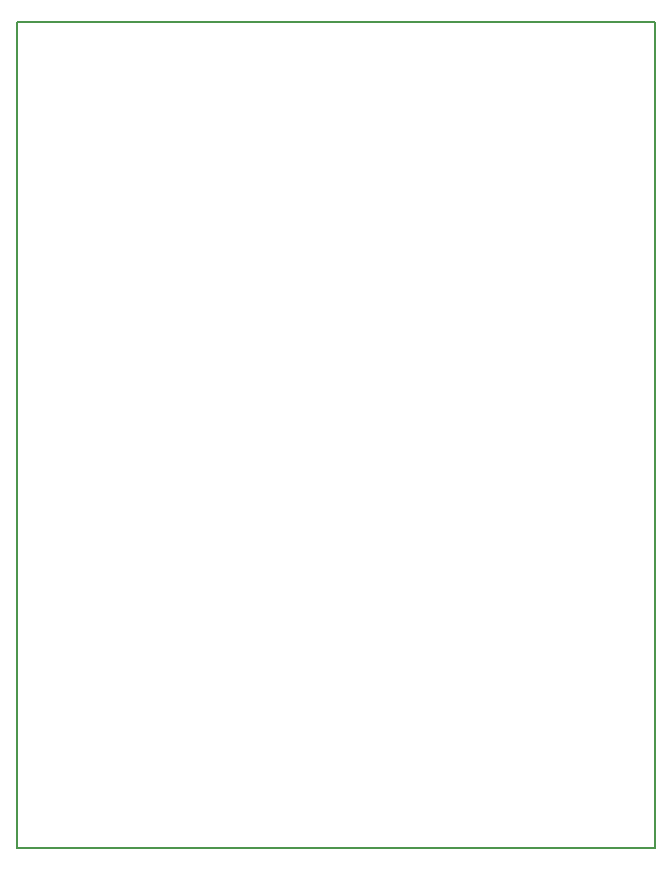
<source format=gko>
G04 DipTrace 2.3.1.0*
%INBoardOutline.gbr*%
%MOMM*%
%ADD11C,0.14*%
%FSLAX53Y53*%
G04*
G71*
G90*
G75*
G01*
%LNBoardOutline*%
%LPD*%
X10000Y80000D2*
D11*
X64000D1*
Y10000D1*
X10000D1*
Y80000D1*
M02*

</source>
